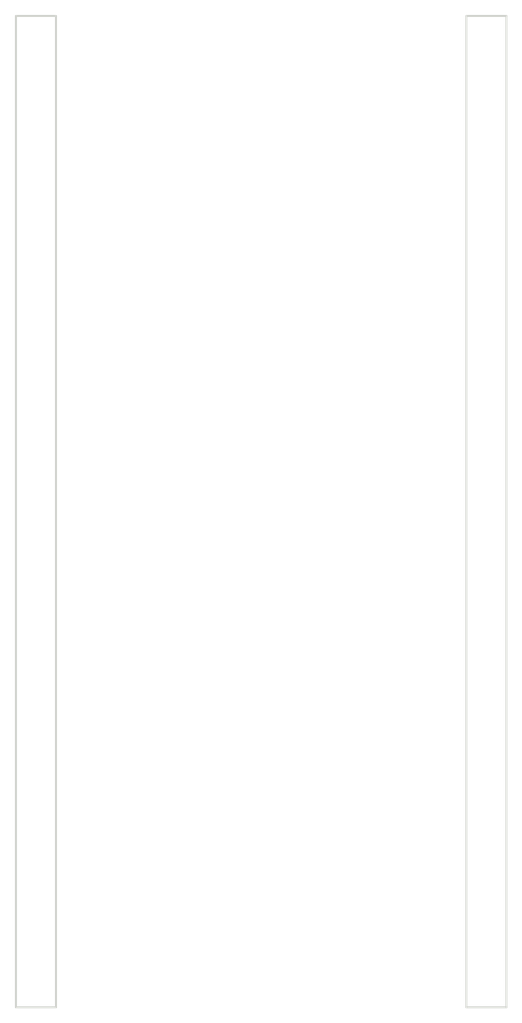
<source format=kicad_pcb>
(kicad_pcb (version 20241229) (generator "pcbnew") (generator_version "9.0")
  (title_block (title "Board 2x20 W22.86") (date "2025-09-29") (rev "V0"))
  (layers (0 "F.Cu" signal) (2 "B.Cu" signal) (13 "F.Paste" user) (15 "B.Paste" user) (5 "F.SilkS" user "F.Silkscreen") (7 "B.SilkS" user "B.Silkscreen") (1 "F.Mask" user) (3 "B.Mask" user) (25 "Edge.Cuts" user))
  (net 0 "")
  (footprint "SamacSys_Parts:PinHeader_1x20_P2.54mm_Vertical" (layer "B.Cu") (at 22.86 0 180)
    (property "Reference" "J2" (hide yes))
    (property "Value" "Pin_Header_01x20" (hide yes))
  )
  (footprint "SamacSys_Parts:PinHeader_1x20_P2.54mm_Vertical" (layer "B.Cu") (at 0 0 180)
    (property "Reference" "J1" (hide yes))
    (property "Value" "Pin_Header_01x20" (hide yes))
  )
  (gr_line (start 1.016 -1.016) (end 1.016 49.276) (stroke (width 0.1)) (layer "Edge.Cuts"))
  (gr_line (start -1.016 -1.016) (end 1.016 -1.016) (stroke (width 0.1)) (layer "Edge.Cuts"))
  (gr_line (start 21.844 -1.016) (end 23.876 -1.016) (stroke (width 0.1)) (layer "Edge.Cuts"))
  (gr_line (start 23.876 -1.016) (end 23.876 49.276) (stroke (width 0.1)) (layer "Edge.Cuts"))
  (gr_line (start 1.016 49.276) (end -1.016 49.276) (stroke (width 0.1)) (layer "Edge.Cuts"))
  (gr_line (start 23.876 49.276) (end 21.844 49.276) (stroke (width 0.1)) (layer "Edge.Cuts"))
  (gr_line (start -1.016 49.276) (end -1.016 -1.016) (stroke (width 0.1)) (layer "Edge.Cuts"))
  (gr_line (start 21.844 49.276) (end 21.844 -1.016) (stroke (width 0.1)) (layer "Edge.Cuts"))
)
</source>
